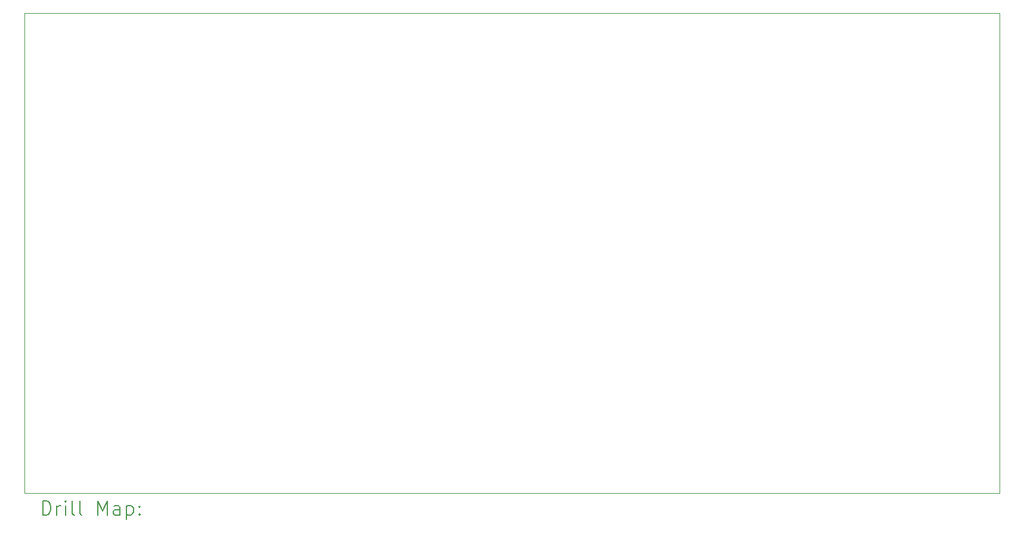
<source format=gbr>
%TF.GenerationSoftware,KiCad,Pcbnew,7.0.6*%
%TF.CreationDate,2023-08-10T16:59:19-04:00*%
%TF.ProjectId,rrc_pcb3,7272635f-7063-4623-932e-6b696361645f,rev?*%
%TF.SameCoordinates,Original*%
%TF.FileFunction,Drillmap*%
%TF.FilePolarity,Positive*%
%FSLAX45Y45*%
G04 Gerber Fmt 4.5, Leading zero omitted, Abs format (unit mm)*
G04 Created by KiCad (PCBNEW 7.0.6) date 2023-08-10 16:59:19*
%MOMM*%
%LPD*%
G01*
G04 APERTURE LIST*
%ADD10C,0.050000*%
%ADD11C,0.200000*%
G04 APERTURE END LIST*
D10*
X4191000Y-2065671D02*
X18034000Y-2065671D01*
X18034000Y-8890000D01*
X4191000Y-8890000D01*
X4191000Y-2065671D01*
D11*
X4449277Y-9203984D02*
X4449277Y-9003984D01*
X4449277Y-9003984D02*
X4496896Y-9003984D01*
X4496896Y-9003984D02*
X4525467Y-9013508D01*
X4525467Y-9013508D02*
X4544515Y-9032555D01*
X4544515Y-9032555D02*
X4554039Y-9051603D01*
X4554039Y-9051603D02*
X4563563Y-9089698D01*
X4563563Y-9089698D02*
X4563563Y-9118270D01*
X4563563Y-9118270D02*
X4554039Y-9156365D01*
X4554039Y-9156365D02*
X4544515Y-9175412D01*
X4544515Y-9175412D02*
X4525467Y-9194460D01*
X4525467Y-9194460D02*
X4496896Y-9203984D01*
X4496896Y-9203984D02*
X4449277Y-9203984D01*
X4649277Y-9203984D02*
X4649277Y-9070650D01*
X4649277Y-9108746D02*
X4658801Y-9089698D01*
X4658801Y-9089698D02*
X4668324Y-9080174D01*
X4668324Y-9080174D02*
X4687372Y-9070650D01*
X4687372Y-9070650D02*
X4706420Y-9070650D01*
X4773086Y-9203984D02*
X4773086Y-9070650D01*
X4773086Y-9003984D02*
X4763563Y-9013508D01*
X4763563Y-9013508D02*
X4773086Y-9023031D01*
X4773086Y-9023031D02*
X4782610Y-9013508D01*
X4782610Y-9013508D02*
X4773086Y-9003984D01*
X4773086Y-9003984D02*
X4773086Y-9023031D01*
X4896896Y-9203984D02*
X4877848Y-9194460D01*
X4877848Y-9194460D02*
X4868324Y-9175412D01*
X4868324Y-9175412D02*
X4868324Y-9003984D01*
X5001658Y-9203984D02*
X4982610Y-9194460D01*
X4982610Y-9194460D02*
X4973086Y-9175412D01*
X4973086Y-9175412D02*
X4973086Y-9003984D01*
X5230229Y-9203984D02*
X5230229Y-9003984D01*
X5230229Y-9003984D02*
X5296896Y-9146841D01*
X5296896Y-9146841D02*
X5363563Y-9003984D01*
X5363563Y-9003984D02*
X5363563Y-9203984D01*
X5544515Y-9203984D02*
X5544515Y-9099222D01*
X5544515Y-9099222D02*
X5534991Y-9080174D01*
X5534991Y-9080174D02*
X5515944Y-9070650D01*
X5515944Y-9070650D02*
X5477848Y-9070650D01*
X5477848Y-9070650D02*
X5458801Y-9080174D01*
X5544515Y-9194460D02*
X5525467Y-9203984D01*
X5525467Y-9203984D02*
X5477848Y-9203984D01*
X5477848Y-9203984D02*
X5458801Y-9194460D01*
X5458801Y-9194460D02*
X5449277Y-9175412D01*
X5449277Y-9175412D02*
X5449277Y-9156365D01*
X5449277Y-9156365D02*
X5458801Y-9137317D01*
X5458801Y-9137317D02*
X5477848Y-9127793D01*
X5477848Y-9127793D02*
X5525467Y-9127793D01*
X5525467Y-9127793D02*
X5544515Y-9118270D01*
X5639753Y-9070650D02*
X5639753Y-9270650D01*
X5639753Y-9080174D02*
X5658801Y-9070650D01*
X5658801Y-9070650D02*
X5696896Y-9070650D01*
X5696896Y-9070650D02*
X5715943Y-9080174D01*
X5715943Y-9080174D02*
X5725467Y-9089698D01*
X5725467Y-9089698D02*
X5734991Y-9108746D01*
X5734991Y-9108746D02*
X5734991Y-9165889D01*
X5734991Y-9165889D02*
X5725467Y-9184936D01*
X5725467Y-9184936D02*
X5715943Y-9194460D01*
X5715943Y-9194460D02*
X5696896Y-9203984D01*
X5696896Y-9203984D02*
X5658801Y-9203984D01*
X5658801Y-9203984D02*
X5639753Y-9194460D01*
X5820705Y-9184936D02*
X5830229Y-9194460D01*
X5830229Y-9194460D02*
X5820705Y-9203984D01*
X5820705Y-9203984D02*
X5811182Y-9194460D01*
X5811182Y-9194460D02*
X5820705Y-9184936D01*
X5820705Y-9184936D02*
X5820705Y-9203984D01*
X5820705Y-9080174D02*
X5830229Y-9089698D01*
X5830229Y-9089698D02*
X5820705Y-9099222D01*
X5820705Y-9099222D02*
X5811182Y-9089698D01*
X5811182Y-9089698D02*
X5820705Y-9080174D01*
X5820705Y-9080174D02*
X5820705Y-9099222D01*
M02*

</source>
